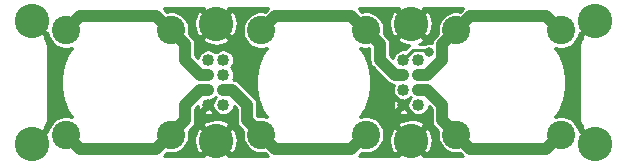
<source format=gbr>
G04 #@! TF.GenerationSoftware,KiCad,Pcbnew,(5.1.4)-1*
G04 #@! TF.CreationDate,2019-10-25T22:43:12-07:00*
G04 #@! TF.ProjectId,SkateLightLEDBoard1.0,536b6174-654c-4696-9768-744c4544426f,rev?*
G04 #@! TF.SameCoordinates,Original*
G04 #@! TF.FileFunction,Copper,L2,Bot*
G04 #@! TF.FilePolarity,Positive*
%FSLAX46Y46*%
G04 Gerber Fmt 4.6, Leading zero omitted, Abs format (unit mm)*
G04 Created by KiCad (PCBNEW (5.1.4)-1) date 2019-10-25 22:43:12*
%MOMM*%
%LPD*%
G04 APERTURE LIST*
%ADD10C,1.016000*%
%ADD11C,2.921000*%
%ADD12C,2.400000*%
%ADD13C,0.800000*%
%ADD14C,0.250000*%
%ADD15C,1.000000*%
%ADD16C,0.254000*%
G04 APERTURE END LIST*
D10*
X-8890000Y-1905000D03*
X-7620000Y-1905000D03*
X-8890000Y-635000D03*
X-7620000Y-635000D03*
X-8890000Y635000D03*
X-7620000Y635000D03*
X-8890000Y1905000D03*
X-7620000Y1905000D03*
D11*
X8255000Y-4953000D03*
X8255000Y4953000D03*
X-8255000Y-4953000D03*
X-8255000Y4953000D03*
D10*
X7620000Y-1905000D03*
X8890000Y-1905000D03*
X7620000Y-635000D03*
X8890000Y-635000D03*
X7620000Y635000D03*
X8890000Y635000D03*
X7620000Y1905000D03*
X8890000Y1905000D03*
D12*
X4423000Y-4423000D03*
X-4423000Y-4423000D03*
X-4423000Y4423000D03*
X4423000Y4423000D03*
D11*
X23812500Y5207000D03*
X23812500Y-5207000D03*
X-23812500Y5207000D03*
X-23812500Y-5207000D03*
D12*
X20933000Y-4423000D03*
X12087000Y-4423000D03*
X12087000Y4423000D03*
X20933000Y4423000D03*
X-12087000Y-4423000D03*
X-20933000Y-4423000D03*
X-20933000Y4423000D03*
X-12087000Y4423000D03*
D13*
X9786398Y2556260D03*
X-5321300Y-337820D03*
X10668000Y-5842000D03*
X10668000Y5842000D03*
X5842000Y5842000D03*
X5842000Y-5842000D03*
X-5842000Y5842000D03*
X-5842000Y-5842000D03*
X-10668000Y5842000D03*
X-10845800Y-5892800D03*
X5702300Y-1013460D03*
X6477000Y-3556000D03*
X-5481320Y2537460D03*
D14*
X9604657Y2738001D02*
X9786398Y2556260D01*
X7620000Y1905000D02*
X8453001Y2738001D01*
X8453001Y2738001D02*
X9604657Y2738001D01*
D15*
X6901580Y635000D02*
X7620000Y635000D01*
X5622999Y1913581D02*
X6901580Y635000D01*
X5622999Y3223001D02*
X5622999Y1913581D01*
X4423000Y4423000D02*
X5622999Y3223001D01*
X3223001Y5622999D02*
X4423000Y4423000D01*
X-3223001Y5622999D02*
X3223001Y5622999D01*
X-4423000Y4423000D02*
X-3223001Y5622999D01*
X13286999Y-5622999D02*
X12087000Y-4423000D01*
X19733001Y-5622999D02*
X13286999Y-5622999D01*
X20933000Y-4423000D02*
X19733001Y-5622999D01*
X9608420Y-635000D02*
X8890000Y-635000D01*
X10887001Y-1913581D02*
X9608420Y-635000D01*
X10887001Y-3223001D02*
X10887001Y-1913581D01*
X12087000Y-4423000D02*
X10887001Y-3223001D01*
X13286999Y5622999D02*
X12087000Y4423000D01*
X19733001Y5622999D02*
X13286999Y5622999D01*
X20933000Y4423000D02*
X19733001Y5622999D01*
X3223001Y-5622999D02*
X4423000Y-4423000D01*
X-3223001Y-5622999D02*
X3223001Y-5622999D01*
X-4423000Y-4423000D02*
X-3223001Y-5622999D01*
X-6901580Y-635000D02*
X-7620000Y-635000D01*
X-5622999Y-1913581D02*
X-6901580Y-635000D01*
X-5622999Y-3223001D02*
X-5622999Y-1913581D01*
X-4423000Y-4423000D02*
X-5622999Y-3223001D01*
X-13286999Y5622999D02*
X-12087000Y4423000D01*
X-19733001Y5622999D02*
X-13286999Y5622999D01*
X-20933000Y4423000D02*
X-19733001Y5622999D01*
X-9608420Y635000D02*
X-8890000Y635000D01*
X-10887001Y1913581D02*
X-9608420Y635000D01*
X-10887001Y3223001D02*
X-10887001Y1913581D01*
X-12087000Y4423000D02*
X-10887001Y3223001D01*
X-13286999Y-5622999D02*
X-12087000Y-4423000D01*
X-19733001Y-5622999D02*
X-13286999Y-5622999D01*
X-20933000Y-4423000D02*
X-19733001Y-5622999D01*
X-9608420Y-635000D02*
X-8890000Y-635000D01*
X-10887001Y-1913581D02*
X-9608420Y-635000D01*
X-10887001Y-3223001D02*
X-10887001Y-1913581D01*
X-12087000Y-4423000D02*
X-10887001Y-3223001D01*
X12087000Y4423000D02*
X10887001Y3223001D01*
X10887001Y3223001D02*
X10887001Y1913581D01*
X10887001Y1913581D02*
X9608420Y635000D01*
X9608420Y635000D02*
X8890000Y635000D01*
D16*
G36*
X3961839Y2902757D02*
G01*
X4267285Y2842000D01*
X4578715Y2842000D01*
X4728320Y2871758D01*
X4741999Y2858079D01*
X4742000Y1956861D01*
X4737737Y1913581D01*
X4754748Y1740876D01*
X4805124Y1574807D01*
X4886931Y1421756D01*
X4907615Y1396553D01*
X4997025Y1287606D01*
X5030639Y1260020D01*
X6248019Y42639D01*
X6275605Y9025D01*
X6309217Y-18559D01*
X6409754Y-101068D01*
X6506578Y-152821D01*
X6562805Y-182875D01*
X6728874Y-233252D01*
X6820428Y-242269D01*
X6765164Y-375688D01*
X6731000Y-547441D01*
X6731000Y-722559D01*
X6765164Y-894312D01*
X6832179Y-1056099D01*
X6929469Y-1201704D01*
X7053296Y-1325531D01*
X7198901Y-1422821D01*
X7360688Y-1489836D01*
X7390340Y-1495734D01*
X7620000Y-1725395D01*
X7849660Y-1495734D01*
X7879312Y-1489836D01*
X8041099Y-1422821D01*
X8186704Y-1325531D01*
X8255000Y-1257235D01*
X8267765Y-1270000D01*
X8199469Y-1338296D01*
X8102179Y-1483901D01*
X8035164Y-1645688D01*
X8029266Y-1675340D01*
X7799605Y-1905000D01*
X8029266Y-2134660D01*
X8035164Y-2164312D01*
X8102179Y-2326099D01*
X8199469Y-2471704D01*
X8323296Y-2595531D01*
X8468901Y-2692821D01*
X8630688Y-2759836D01*
X8802441Y-2794000D01*
X8977559Y-2794000D01*
X9149312Y-2759836D01*
X9311099Y-2692821D01*
X9456704Y-2595531D01*
X9580531Y-2471704D01*
X9677821Y-2326099D01*
X9744836Y-2164312D01*
X9769221Y-2041722D01*
X10006002Y-2278503D01*
X10006001Y-3179730D01*
X10001739Y-3223001D01*
X10006001Y-3266271D01*
X10006001Y-3266273D01*
X10018749Y-3395706D01*
X10066636Y-3553568D01*
X10069126Y-3561775D01*
X10150933Y-3714826D01*
X10182266Y-3753005D01*
X10261026Y-3848976D01*
X10294645Y-3876567D01*
X10535758Y-4117680D01*
X10506000Y-4267285D01*
X10506000Y-4578715D01*
X10566757Y-4884161D01*
X10685936Y-5171884D01*
X10858957Y-5430829D01*
X11079171Y-5651043D01*
X11338116Y-5824064D01*
X11625839Y-5943243D01*
X11931285Y-6004000D01*
X12242715Y-6004000D01*
X12392320Y-5974242D01*
X12633438Y-6215360D01*
X12661024Y-6248974D01*
X12675800Y-6261100D01*
X9383495Y-6261100D01*
X8255000Y-5132605D01*
X7126505Y-6261100D01*
X3834200Y-6261100D01*
X3848976Y-6248974D01*
X3876567Y-6215355D01*
X4117680Y-5974242D01*
X4267285Y-6004000D01*
X4578715Y-6004000D01*
X4884161Y-5943243D01*
X5171884Y-5824064D01*
X5430829Y-5651043D01*
X5651043Y-5430829D01*
X5824064Y-5171884D01*
X5892184Y-5007427D01*
X6405390Y-5007427D01*
X6451548Y-5367222D01*
X6567012Y-5711099D01*
X6686868Y-5935334D01*
X6927365Y-6101030D01*
X8075395Y-4953000D01*
X8434605Y-4953000D01*
X9582635Y-6101030D01*
X9823132Y-5935334D01*
X9984645Y-5610531D01*
X10079688Y-5260460D01*
X10104610Y-4898573D01*
X10058452Y-4538778D01*
X9942988Y-4194901D01*
X9823132Y-3970666D01*
X9582635Y-3804970D01*
X8434605Y-4953000D01*
X8075395Y-4953000D01*
X6927365Y-3804970D01*
X6686868Y-3970666D01*
X6525355Y-4295469D01*
X6430312Y-4645540D01*
X6405390Y-5007427D01*
X5892184Y-5007427D01*
X5943243Y-4884161D01*
X6004000Y-4578715D01*
X6004000Y-4267285D01*
X5943243Y-3961839D01*
X5824064Y-3674116D01*
X5791490Y-3625365D01*
X7106970Y-3625365D01*
X8255000Y-4773395D01*
X9403030Y-3625365D01*
X9237334Y-3384868D01*
X8912531Y-3223355D01*
X8562460Y-3128312D01*
X8200573Y-3103390D01*
X7840778Y-3149548D01*
X7496901Y-3265012D01*
X7272666Y-3384868D01*
X7106970Y-3625365D01*
X5791490Y-3625365D01*
X5651043Y-3415171D01*
X5430829Y-3194957D01*
X5171884Y-3021936D01*
X4884161Y-2902757D01*
X4578715Y-2842000D01*
X4267285Y-2842000D01*
X3961839Y-2902757D01*
X3918878Y-2920552D01*
X4165190Y-2551919D01*
X7152687Y-2551919D01*
X7203009Y-2695004D01*
X7365143Y-2761175D01*
X7537071Y-2794443D01*
X7712186Y-2793531D01*
X7883759Y-2758474D01*
X8036991Y-2695004D01*
X8087313Y-2551919D01*
X7620000Y-2084605D01*
X7152687Y-2551919D01*
X4165190Y-2551919D01*
X4325486Y-2312020D01*
X4528429Y-1822071D01*
X6730557Y-1822071D01*
X6731469Y-1997186D01*
X6766526Y-2168759D01*
X6829996Y-2321991D01*
X6973081Y-2372313D01*
X7440395Y-1905000D01*
X6973081Y-1437687D01*
X6829996Y-1488009D01*
X6763825Y-1650143D01*
X6730557Y-1822071D01*
X4528429Y-1822071D01*
X4693426Y-1423735D01*
X4881000Y-480737D01*
X4881000Y480737D01*
X4693426Y1423735D01*
X4325486Y2312020D01*
X3918878Y2920552D01*
X3961839Y2902757D01*
X3961839Y2902757D01*
G37*
X3961839Y2902757D02*
X4267285Y2842000D01*
X4578715Y2842000D01*
X4728320Y2871758D01*
X4741999Y2858079D01*
X4742000Y1956861D01*
X4737737Y1913581D01*
X4754748Y1740876D01*
X4805124Y1574807D01*
X4886931Y1421756D01*
X4907615Y1396553D01*
X4997025Y1287606D01*
X5030639Y1260020D01*
X6248019Y42639D01*
X6275605Y9025D01*
X6309217Y-18559D01*
X6409754Y-101068D01*
X6506578Y-152821D01*
X6562805Y-182875D01*
X6728874Y-233252D01*
X6820428Y-242269D01*
X6765164Y-375688D01*
X6731000Y-547441D01*
X6731000Y-722559D01*
X6765164Y-894312D01*
X6832179Y-1056099D01*
X6929469Y-1201704D01*
X7053296Y-1325531D01*
X7198901Y-1422821D01*
X7360688Y-1489836D01*
X7390340Y-1495734D01*
X7620000Y-1725395D01*
X7849660Y-1495734D01*
X7879312Y-1489836D01*
X8041099Y-1422821D01*
X8186704Y-1325531D01*
X8255000Y-1257235D01*
X8267765Y-1270000D01*
X8199469Y-1338296D01*
X8102179Y-1483901D01*
X8035164Y-1645688D01*
X8029266Y-1675340D01*
X7799605Y-1905000D01*
X8029266Y-2134660D01*
X8035164Y-2164312D01*
X8102179Y-2326099D01*
X8199469Y-2471704D01*
X8323296Y-2595531D01*
X8468901Y-2692821D01*
X8630688Y-2759836D01*
X8802441Y-2794000D01*
X8977559Y-2794000D01*
X9149312Y-2759836D01*
X9311099Y-2692821D01*
X9456704Y-2595531D01*
X9580531Y-2471704D01*
X9677821Y-2326099D01*
X9744836Y-2164312D01*
X9769221Y-2041722D01*
X10006002Y-2278503D01*
X10006001Y-3179730D01*
X10001739Y-3223001D01*
X10006001Y-3266271D01*
X10006001Y-3266273D01*
X10018749Y-3395706D01*
X10066636Y-3553568D01*
X10069126Y-3561775D01*
X10150933Y-3714826D01*
X10182266Y-3753005D01*
X10261026Y-3848976D01*
X10294645Y-3876567D01*
X10535758Y-4117680D01*
X10506000Y-4267285D01*
X10506000Y-4578715D01*
X10566757Y-4884161D01*
X10685936Y-5171884D01*
X10858957Y-5430829D01*
X11079171Y-5651043D01*
X11338116Y-5824064D01*
X11625839Y-5943243D01*
X11931285Y-6004000D01*
X12242715Y-6004000D01*
X12392320Y-5974242D01*
X12633438Y-6215360D01*
X12661024Y-6248974D01*
X12675800Y-6261100D01*
X9383495Y-6261100D01*
X8255000Y-5132605D01*
X7126505Y-6261100D01*
X3834200Y-6261100D01*
X3848976Y-6248974D01*
X3876567Y-6215355D01*
X4117680Y-5974242D01*
X4267285Y-6004000D01*
X4578715Y-6004000D01*
X4884161Y-5943243D01*
X5171884Y-5824064D01*
X5430829Y-5651043D01*
X5651043Y-5430829D01*
X5824064Y-5171884D01*
X5892184Y-5007427D01*
X6405390Y-5007427D01*
X6451548Y-5367222D01*
X6567012Y-5711099D01*
X6686868Y-5935334D01*
X6927365Y-6101030D01*
X8075395Y-4953000D01*
X8434605Y-4953000D01*
X9582635Y-6101030D01*
X9823132Y-5935334D01*
X9984645Y-5610531D01*
X10079688Y-5260460D01*
X10104610Y-4898573D01*
X10058452Y-4538778D01*
X9942988Y-4194901D01*
X9823132Y-3970666D01*
X9582635Y-3804970D01*
X8434605Y-4953000D01*
X8075395Y-4953000D01*
X6927365Y-3804970D01*
X6686868Y-3970666D01*
X6525355Y-4295469D01*
X6430312Y-4645540D01*
X6405390Y-5007427D01*
X5892184Y-5007427D01*
X5943243Y-4884161D01*
X6004000Y-4578715D01*
X6004000Y-4267285D01*
X5943243Y-3961839D01*
X5824064Y-3674116D01*
X5791490Y-3625365D01*
X7106970Y-3625365D01*
X8255000Y-4773395D01*
X9403030Y-3625365D01*
X9237334Y-3384868D01*
X8912531Y-3223355D01*
X8562460Y-3128312D01*
X8200573Y-3103390D01*
X7840778Y-3149548D01*
X7496901Y-3265012D01*
X7272666Y-3384868D01*
X7106970Y-3625365D01*
X5791490Y-3625365D01*
X5651043Y-3415171D01*
X5430829Y-3194957D01*
X5171884Y-3021936D01*
X4884161Y-2902757D01*
X4578715Y-2842000D01*
X4267285Y-2842000D01*
X3961839Y-2902757D01*
X3918878Y-2920552D01*
X4165190Y-2551919D01*
X7152687Y-2551919D01*
X7203009Y-2695004D01*
X7365143Y-2761175D01*
X7537071Y-2794443D01*
X7712186Y-2793531D01*
X7883759Y-2758474D01*
X8036991Y-2695004D01*
X8087313Y-2551919D01*
X7620000Y-2084605D01*
X7152687Y-2551919D01*
X4165190Y-2551919D01*
X4325486Y-2312020D01*
X4528429Y-1822071D01*
X6730557Y-1822071D01*
X6731469Y-1997186D01*
X6766526Y-2168759D01*
X6829996Y-2321991D01*
X6973081Y-2372313D01*
X7440395Y-1905000D01*
X6973081Y-1437687D01*
X6829996Y-1488009D01*
X6763825Y-1650143D01*
X6730557Y-1822071D01*
X4528429Y-1822071D01*
X4693426Y-1423735D01*
X4881000Y-480737D01*
X4881000Y480737D01*
X4693426Y1423735D01*
X4325486Y2312020D01*
X3918878Y2920552D01*
X3961839Y2902757D01*
G36*
X-8242235Y-1270000D02*
G01*
X-8310531Y-1338296D01*
X-8407821Y-1483901D01*
X-8474836Y-1645688D01*
X-8480734Y-1675340D01*
X-8710395Y-1905000D01*
X-8480734Y-2134660D01*
X-8474836Y-2164312D01*
X-8407821Y-2326099D01*
X-8310531Y-2471704D01*
X-8186704Y-2595531D01*
X-8041099Y-2692821D01*
X-7879312Y-2759836D01*
X-7707559Y-2794000D01*
X-7532441Y-2794000D01*
X-7360688Y-2759836D01*
X-7198901Y-2692821D01*
X-7053296Y-2595531D01*
X-6929469Y-2471704D01*
X-6832179Y-2326099D01*
X-6765164Y-2164312D01*
X-6740779Y-2041722D01*
X-6503998Y-2278503D01*
X-6503999Y-3179730D01*
X-6508261Y-3223001D01*
X-6503999Y-3266271D01*
X-6503999Y-3266273D01*
X-6491251Y-3395706D01*
X-6443364Y-3553568D01*
X-6440874Y-3561775D01*
X-6359067Y-3714826D01*
X-6327734Y-3753005D01*
X-6248974Y-3848976D01*
X-6215355Y-3876567D01*
X-5974242Y-4117680D01*
X-6004000Y-4267285D01*
X-6004000Y-4578715D01*
X-5943243Y-4884161D01*
X-5824064Y-5171884D01*
X-5651043Y-5430829D01*
X-5430829Y-5651043D01*
X-5171884Y-5824064D01*
X-4884161Y-5943243D01*
X-4578715Y-6004000D01*
X-4267285Y-6004000D01*
X-4117680Y-5974242D01*
X-3876562Y-6215360D01*
X-3848976Y-6248974D01*
X-3834200Y-6261100D01*
X-7126505Y-6261100D01*
X-8255000Y-5132605D01*
X-9383495Y-6261100D01*
X-12675800Y-6261100D01*
X-12661024Y-6248974D01*
X-12633433Y-6215355D01*
X-12392320Y-5974242D01*
X-12242715Y-6004000D01*
X-11931285Y-6004000D01*
X-11625839Y-5943243D01*
X-11338116Y-5824064D01*
X-11079171Y-5651043D01*
X-10858957Y-5430829D01*
X-10685936Y-5171884D01*
X-10617816Y-5007427D01*
X-10104610Y-5007427D01*
X-10058452Y-5367222D01*
X-9942988Y-5711099D01*
X-9823132Y-5935334D01*
X-9582635Y-6101030D01*
X-8434605Y-4953000D01*
X-8075395Y-4953000D01*
X-6927365Y-6101030D01*
X-6686868Y-5935334D01*
X-6525355Y-5610531D01*
X-6430312Y-5260460D01*
X-6405390Y-4898573D01*
X-6451548Y-4538778D01*
X-6567012Y-4194901D01*
X-6686868Y-3970666D01*
X-6927365Y-3804970D01*
X-8075395Y-4953000D01*
X-8434605Y-4953000D01*
X-9582635Y-3804970D01*
X-9823132Y-3970666D01*
X-9984645Y-4295469D01*
X-10079688Y-4645540D01*
X-10104610Y-5007427D01*
X-10617816Y-5007427D01*
X-10566757Y-4884161D01*
X-10506000Y-4578715D01*
X-10506000Y-4267285D01*
X-10535758Y-4117680D01*
X-10294639Y-3876561D01*
X-10261026Y-3848976D01*
X-10201549Y-3776502D01*
X-10150933Y-3714827D01*
X-10103115Y-3625365D01*
X-9403030Y-3625365D01*
X-8255000Y-4773395D01*
X-7106970Y-3625365D01*
X-7272666Y-3384868D01*
X-7597469Y-3223355D01*
X-7947540Y-3128312D01*
X-8309427Y-3103390D01*
X-8669222Y-3149548D01*
X-9013099Y-3265012D01*
X-9237334Y-3384868D01*
X-9403030Y-3625365D01*
X-10103115Y-3625365D01*
X-10069126Y-3561776D01*
X-10064850Y-3547679D01*
X-10018749Y-3395707D01*
X-10006001Y-3266274D01*
X-10006001Y-3266271D01*
X-10001739Y-3223001D01*
X-10006001Y-3179731D01*
X-10006001Y-2551919D01*
X-9357313Y-2551919D01*
X-9306991Y-2695004D01*
X-9144857Y-2761175D01*
X-8972929Y-2794443D01*
X-8797814Y-2793531D01*
X-8626241Y-2758474D01*
X-8473009Y-2695004D01*
X-8422687Y-2551919D01*
X-8890000Y-2084605D01*
X-9357313Y-2551919D01*
X-10006001Y-2551919D01*
X-10006001Y-2278502D01*
X-9769395Y-2041897D01*
X-9743474Y-2168759D01*
X-9680004Y-2321991D01*
X-9536919Y-2372313D01*
X-9069605Y-1905000D01*
X-9083748Y-1890858D01*
X-8904143Y-1711253D01*
X-8890000Y-1725395D01*
X-8660340Y-1495734D01*
X-8630688Y-1489836D01*
X-8468901Y-1422821D01*
X-8323296Y-1325531D01*
X-8255000Y-1257235D01*
X-8242235Y-1270000D01*
X-8242235Y-1270000D01*
G37*
X-8242235Y-1270000D02*
X-8310531Y-1338296D01*
X-8407821Y-1483901D01*
X-8474836Y-1645688D01*
X-8480734Y-1675340D01*
X-8710395Y-1905000D01*
X-8480734Y-2134660D01*
X-8474836Y-2164312D01*
X-8407821Y-2326099D01*
X-8310531Y-2471704D01*
X-8186704Y-2595531D01*
X-8041099Y-2692821D01*
X-7879312Y-2759836D01*
X-7707559Y-2794000D01*
X-7532441Y-2794000D01*
X-7360688Y-2759836D01*
X-7198901Y-2692821D01*
X-7053296Y-2595531D01*
X-6929469Y-2471704D01*
X-6832179Y-2326099D01*
X-6765164Y-2164312D01*
X-6740779Y-2041722D01*
X-6503998Y-2278503D01*
X-6503999Y-3179730D01*
X-6508261Y-3223001D01*
X-6503999Y-3266271D01*
X-6503999Y-3266273D01*
X-6491251Y-3395706D01*
X-6443364Y-3553568D01*
X-6440874Y-3561775D01*
X-6359067Y-3714826D01*
X-6327734Y-3753005D01*
X-6248974Y-3848976D01*
X-6215355Y-3876567D01*
X-5974242Y-4117680D01*
X-6004000Y-4267285D01*
X-6004000Y-4578715D01*
X-5943243Y-4884161D01*
X-5824064Y-5171884D01*
X-5651043Y-5430829D01*
X-5430829Y-5651043D01*
X-5171884Y-5824064D01*
X-4884161Y-5943243D01*
X-4578715Y-6004000D01*
X-4267285Y-6004000D01*
X-4117680Y-5974242D01*
X-3876562Y-6215360D01*
X-3848976Y-6248974D01*
X-3834200Y-6261100D01*
X-7126505Y-6261100D01*
X-8255000Y-5132605D01*
X-9383495Y-6261100D01*
X-12675800Y-6261100D01*
X-12661024Y-6248974D01*
X-12633433Y-6215355D01*
X-12392320Y-5974242D01*
X-12242715Y-6004000D01*
X-11931285Y-6004000D01*
X-11625839Y-5943243D01*
X-11338116Y-5824064D01*
X-11079171Y-5651043D01*
X-10858957Y-5430829D01*
X-10685936Y-5171884D01*
X-10617816Y-5007427D01*
X-10104610Y-5007427D01*
X-10058452Y-5367222D01*
X-9942988Y-5711099D01*
X-9823132Y-5935334D01*
X-9582635Y-6101030D01*
X-8434605Y-4953000D01*
X-8075395Y-4953000D01*
X-6927365Y-6101030D01*
X-6686868Y-5935334D01*
X-6525355Y-5610531D01*
X-6430312Y-5260460D01*
X-6405390Y-4898573D01*
X-6451548Y-4538778D01*
X-6567012Y-4194901D01*
X-6686868Y-3970666D01*
X-6927365Y-3804970D01*
X-8075395Y-4953000D01*
X-8434605Y-4953000D01*
X-9582635Y-3804970D01*
X-9823132Y-3970666D01*
X-9984645Y-4295469D01*
X-10079688Y-4645540D01*
X-10104610Y-5007427D01*
X-10617816Y-5007427D01*
X-10566757Y-4884161D01*
X-10506000Y-4578715D01*
X-10506000Y-4267285D01*
X-10535758Y-4117680D01*
X-10294639Y-3876561D01*
X-10261026Y-3848976D01*
X-10201549Y-3776502D01*
X-10150933Y-3714827D01*
X-10103115Y-3625365D01*
X-9403030Y-3625365D01*
X-8255000Y-4773395D01*
X-7106970Y-3625365D01*
X-7272666Y-3384868D01*
X-7597469Y-3223355D01*
X-7947540Y-3128312D01*
X-8309427Y-3103390D01*
X-8669222Y-3149548D01*
X-9013099Y-3265012D01*
X-9237334Y-3384868D01*
X-9403030Y-3625365D01*
X-10103115Y-3625365D01*
X-10069126Y-3561776D01*
X-10064850Y-3547679D01*
X-10018749Y-3395707D01*
X-10006001Y-3266274D01*
X-10006001Y-3266271D01*
X-10001739Y-3223001D01*
X-10006001Y-3179731D01*
X-10006001Y-2551919D01*
X-9357313Y-2551919D01*
X-9306991Y-2695004D01*
X-9144857Y-2761175D01*
X-8972929Y-2794443D01*
X-8797814Y-2793531D01*
X-8626241Y-2758474D01*
X-8473009Y-2695004D01*
X-8422687Y-2551919D01*
X-8890000Y-2084605D01*
X-9357313Y-2551919D01*
X-10006001Y-2551919D01*
X-10006001Y-2278502D01*
X-9769395Y-2041897D01*
X-9743474Y-2168759D01*
X-9680004Y-2321991D01*
X-9536919Y-2372313D01*
X-9069605Y-1905000D01*
X-9083748Y-1890858D01*
X-8904143Y-1711253D01*
X-8890000Y-1725395D01*
X-8660340Y-1495734D01*
X-8630688Y-1489836D01*
X-8468901Y-1422821D01*
X-8323296Y-1325531D01*
X-8255000Y-1257235D01*
X-8242235Y-1270000D01*
G36*
X24006248Y5221143D02*
G01*
X23992105Y5207000D01*
X24006248Y5192858D01*
X23826643Y5013253D01*
X23812500Y5027395D01*
X22664470Y3879365D01*
X22758930Y3742262D01*
X22699075Y3668822D01*
X22678704Y3638140D01*
X22657900Y3607734D01*
X22655203Y3602742D01*
X22585429Y3471410D01*
X22571405Y3437353D01*
X22556905Y3403490D01*
X22555229Y3398069D01*
X22512293Y3255685D01*
X22505145Y3219520D01*
X22497505Y3183520D01*
X22496913Y3177876D01*
X22485505Y3061130D01*
X22480524Y3010555D01*
X22480525Y19960D01*
X22480524Y-3010555D01*
X22481335Y-3018786D01*
X22483280Y-3067627D01*
X22486734Y-3092579D01*
X22488394Y-3117697D01*
X22489357Y-3123289D01*
X22515644Y-3269664D01*
X22525662Y-3305110D01*
X22535183Y-3340691D01*
X22537215Y-3345989D01*
X22591432Y-3484470D01*
X22608142Y-3517293D01*
X22624394Y-3550349D01*
X22627416Y-3555152D01*
X22707498Y-3680465D01*
X22730276Y-3709430D01*
X22752629Y-3738687D01*
X22756526Y-3742812D01*
X22757704Y-3744042D01*
X22664470Y-3879365D01*
X23812500Y-5027395D01*
X23826643Y-5013253D01*
X24006248Y-5192858D01*
X23992105Y-5207000D01*
X24006248Y-5221143D01*
X23826643Y-5400748D01*
X23812500Y-5386605D01*
X23798358Y-5400748D01*
X23618753Y-5221143D01*
X23632895Y-5207000D01*
X22484865Y-4058970D01*
X22474046Y-4066424D01*
X22453243Y-3961839D01*
X22334064Y-3674116D01*
X22161043Y-3415171D01*
X21940829Y-3194957D01*
X21681884Y-3021936D01*
X21394161Y-2902757D01*
X21088715Y-2842000D01*
X20777285Y-2842000D01*
X20471839Y-2902757D01*
X20428878Y-2920552D01*
X20835486Y-2312020D01*
X21203426Y-1423735D01*
X21391000Y-480737D01*
X21391000Y480737D01*
X21203426Y1423735D01*
X20835486Y2312020D01*
X20428878Y2920552D01*
X20471839Y2902757D01*
X20777285Y2842000D01*
X21088715Y2842000D01*
X21394161Y2902757D01*
X21681884Y3021936D01*
X21940829Y3194957D01*
X22161043Y3415171D01*
X22334064Y3674116D01*
X22453243Y3961839D01*
X22474046Y4066424D01*
X22484865Y4058970D01*
X23632895Y5207000D01*
X23618753Y5221143D01*
X23798358Y5400748D01*
X23812500Y5386605D01*
X23826643Y5400748D01*
X24006248Y5221143D01*
X24006248Y5221143D01*
G37*
X24006248Y5221143D02*
X23992105Y5207000D01*
X24006248Y5192858D01*
X23826643Y5013253D01*
X23812500Y5027395D01*
X22664470Y3879365D01*
X22758930Y3742262D01*
X22699075Y3668822D01*
X22678704Y3638140D01*
X22657900Y3607734D01*
X22655203Y3602742D01*
X22585429Y3471410D01*
X22571405Y3437353D01*
X22556905Y3403490D01*
X22555229Y3398069D01*
X22512293Y3255685D01*
X22505145Y3219520D01*
X22497505Y3183520D01*
X22496913Y3177876D01*
X22485505Y3061130D01*
X22480524Y3010555D01*
X22480525Y19960D01*
X22480524Y-3010555D01*
X22481335Y-3018786D01*
X22483280Y-3067627D01*
X22486734Y-3092579D01*
X22488394Y-3117697D01*
X22489357Y-3123289D01*
X22515644Y-3269664D01*
X22525662Y-3305110D01*
X22535183Y-3340691D01*
X22537215Y-3345989D01*
X22591432Y-3484470D01*
X22608142Y-3517293D01*
X22624394Y-3550349D01*
X22627416Y-3555152D01*
X22707498Y-3680465D01*
X22730276Y-3709430D01*
X22752629Y-3738687D01*
X22756526Y-3742812D01*
X22757704Y-3744042D01*
X22664470Y-3879365D01*
X23812500Y-5027395D01*
X23826643Y-5013253D01*
X24006248Y-5192858D01*
X23992105Y-5207000D01*
X24006248Y-5221143D01*
X23826643Y-5400748D01*
X23812500Y-5386605D01*
X23798358Y-5400748D01*
X23618753Y-5221143D01*
X23632895Y-5207000D01*
X22484865Y-4058970D01*
X22474046Y-4066424D01*
X22453243Y-3961839D01*
X22334064Y-3674116D01*
X22161043Y-3415171D01*
X21940829Y-3194957D01*
X21681884Y-3021936D01*
X21394161Y-2902757D01*
X21088715Y-2842000D01*
X20777285Y-2842000D01*
X20471839Y-2902757D01*
X20428878Y-2920552D01*
X20835486Y-2312020D01*
X21203426Y-1423735D01*
X21391000Y-480737D01*
X21391000Y480737D01*
X21203426Y1423735D01*
X20835486Y2312020D01*
X20428878Y2920552D01*
X20471839Y2902757D01*
X20777285Y2842000D01*
X21088715Y2842000D01*
X21394161Y2902757D01*
X21681884Y3021936D01*
X21940829Y3194957D01*
X22161043Y3415171D01*
X22334064Y3674116D01*
X22453243Y3961839D01*
X22474046Y4066424D01*
X22484865Y4058970D01*
X23632895Y5207000D01*
X23618753Y5221143D01*
X23798358Y5400748D01*
X23812500Y5386605D01*
X23826643Y5400748D01*
X24006248Y5221143D01*
G36*
X-23618753Y5221143D02*
G01*
X-23632895Y5207000D01*
X-22484865Y4058970D01*
X-22474046Y4066424D01*
X-22453243Y3961839D01*
X-22334064Y3674116D01*
X-22161043Y3415171D01*
X-21940829Y3194957D01*
X-21681884Y3021936D01*
X-21394161Y2902757D01*
X-21088715Y2842000D01*
X-20777285Y2842000D01*
X-20471839Y2902757D01*
X-20428878Y2920552D01*
X-20835486Y2312020D01*
X-21203426Y1423735D01*
X-21391000Y480737D01*
X-21391000Y-480737D01*
X-21203426Y-1423735D01*
X-20835486Y-2312020D01*
X-20428878Y-2920552D01*
X-20471839Y-2902757D01*
X-20777285Y-2842000D01*
X-21088715Y-2842000D01*
X-21394161Y-2902757D01*
X-21681884Y-3021936D01*
X-21940829Y-3194957D01*
X-22161043Y-3415171D01*
X-22334064Y-3674116D01*
X-22453243Y-3961839D01*
X-22474046Y-4066424D01*
X-22484865Y-4058970D01*
X-23632895Y-5207000D01*
X-23618753Y-5221143D01*
X-23798358Y-5400748D01*
X-23812500Y-5386605D01*
X-23826643Y-5400748D01*
X-24006248Y-5221143D01*
X-23992105Y-5207000D01*
X-24006248Y-5192858D01*
X-23826643Y-5013253D01*
X-23812500Y-5027395D01*
X-22664470Y-3879365D01*
X-22758931Y-3742262D01*
X-22699075Y-3668822D01*
X-22678677Y-3638098D01*
X-22657901Y-3607734D01*
X-22655203Y-3602742D01*
X-22585429Y-3471410D01*
X-22571396Y-3437330D01*
X-22556905Y-3403489D01*
X-22555229Y-3398069D01*
X-22512293Y-3255684D01*
X-22505146Y-3219527D01*
X-22497505Y-3183520D01*
X-22496913Y-3177876D01*
X-22485473Y-3060802D01*
X-22480524Y-3010556D01*
X-22480524Y3010556D01*
X-22481335Y3018787D01*
X-22483280Y3067627D01*
X-22486733Y3092570D01*
X-22488393Y3117697D01*
X-22489357Y3123289D01*
X-22515644Y3269664D01*
X-22525662Y3305110D01*
X-22535183Y3340691D01*
X-22537215Y3345989D01*
X-22591432Y3484470D01*
X-22608151Y3517311D01*
X-22624395Y3550349D01*
X-22627416Y3555152D01*
X-22707498Y3680465D01*
X-22730281Y3709436D01*
X-22752630Y3738688D01*
X-22756527Y3742812D01*
X-22757705Y3744041D01*
X-22664470Y3879365D01*
X-23812500Y5027395D01*
X-23826643Y5013253D01*
X-24006248Y5192858D01*
X-23992105Y5207000D01*
X-24006248Y5221143D01*
X-23826643Y5400748D01*
X-23812500Y5386605D01*
X-23798358Y5400748D01*
X-23618753Y5221143D01*
X-23618753Y5221143D01*
G37*
X-23618753Y5221143D02*
X-23632895Y5207000D01*
X-22484865Y4058970D01*
X-22474046Y4066424D01*
X-22453243Y3961839D01*
X-22334064Y3674116D01*
X-22161043Y3415171D01*
X-21940829Y3194957D01*
X-21681884Y3021936D01*
X-21394161Y2902757D01*
X-21088715Y2842000D01*
X-20777285Y2842000D01*
X-20471839Y2902757D01*
X-20428878Y2920552D01*
X-20835486Y2312020D01*
X-21203426Y1423735D01*
X-21391000Y480737D01*
X-21391000Y-480737D01*
X-21203426Y-1423735D01*
X-20835486Y-2312020D01*
X-20428878Y-2920552D01*
X-20471839Y-2902757D01*
X-20777285Y-2842000D01*
X-21088715Y-2842000D01*
X-21394161Y-2902757D01*
X-21681884Y-3021936D01*
X-21940829Y-3194957D01*
X-22161043Y-3415171D01*
X-22334064Y-3674116D01*
X-22453243Y-3961839D01*
X-22474046Y-4066424D01*
X-22484865Y-4058970D01*
X-23632895Y-5207000D01*
X-23618753Y-5221143D01*
X-23798358Y-5400748D01*
X-23812500Y-5386605D01*
X-23826643Y-5400748D01*
X-24006248Y-5221143D01*
X-23992105Y-5207000D01*
X-24006248Y-5192858D01*
X-23826643Y-5013253D01*
X-23812500Y-5027395D01*
X-22664470Y-3879365D01*
X-22758931Y-3742262D01*
X-22699075Y-3668822D01*
X-22678677Y-3638098D01*
X-22657901Y-3607734D01*
X-22655203Y-3602742D01*
X-22585429Y-3471410D01*
X-22571396Y-3437330D01*
X-22556905Y-3403489D01*
X-22555229Y-3398069D01*
X-22512293Y-3255684D01*
X-22505146Y-3219527D01*
X-22497505Y-3183520D01*
X-22496913Y-3177876D01*
X-22485473Y-3060802D01*
X-22480524Y-3010556D01*
X-22480524Y3010556D01*
X-22481335Y3018787D01*
X-22483280Y3067627D01*
X-22486733Y3092570D01*
X-22488393Y3117697D01*
X-22489357Y3123289D01*
X-22515644Y3269664D01*
X-22525662Y3305110D01*
X-22535183Y3340691D01*
X-22537215Y3345989D01*
X-22591432Y3484470D01*
X-22608151Y3517311D01*
X-22624395Y3550349D01*
X-22627416Y3555152D01*
X-22707498Y3680465D01*
X-22730281Y3709436D01*
X-22752630Y3738688D01*
X-22756527Y3742812D01*
X-22757705Y3744041D01*
X-22664470Y3879365D01*
X-23812500Y5027395D01*
X-23826643Y5013253D01*
X-24006248Y5192858D01*
X-23992105Y5207000D01*
X-24006248Y5221143D01*
X-23826643Y5400748D01*
X-23812500Y5386605D01*
X-23798358Y5400748D01*
X-23618753Y5221143D01*
G36*
X-8255000Y5132605D02*
G01*
X-7126505Y6261100D01*
X-3834200Y6261100D01*
X-3848976Y6248974D01*
X-3876562Y6215360D01*
X-4117680Y5974242D01*
X-4267285Y6004000D01*
X-4578715Y6004000D01*
X-4884161Y5943243D01*
X-5171884Y5824064D01*
X-5430829Y5651043D01*
X-5651043Y5430829D01*
X-5824064Y5171884D01*
X-5943243Y4884161D01*
X-6004000Y4578715D01*
X-6004000Y4267285D01*
X-5943243Y3961839D01*
X-5824064Y3674116D01*
X-5651043Y3415171D01*
X-5430829Y3194957D01*
X-5171884Y3021936D01*
X-4884161Y2902757D01*
X-4578715Y2842000D01*
X-4267285Y2842000D01*
X-3961839Y2902757D01*
X-3918878Y2920552D01*
X-4325486Y2312020D01*
X-4693426Y1423735D01*
X-4881000Y480737D01*
X-4881000Y-480737D01*
X-4693426Y-1423735D01*
X-4325486Y-2312020D01*
X-3918878Y-2920552D01*
X-3961839Y-2902757D01*
X-4267285Y-2842000D01*
X-4578715Y-2842000D01*
X-4728320Y-2871758D01*
X-4741999Y-2858080D01*
X-4741999Y-1956851D01*
X-4737737Y-1913581D01*
X-4747662Y-1812814D01*
X-4754747Y-1740875D01*
X-4805124Y-1574806D01*
X-4851518Y-1488009D01*
X-4886931Y-1421755D01*
X-4969440Y-1321218D01*
X-4997024Y-1287606D01*
X-5030638Y-1260020D01*
X-6248014Y-42644D01*
X-6275605Y-9025D01*
X-6409755Y101068D01*
X-6562805Y182875D01*
X-6728874Y233252D01*
X-6820428Y242269D01*
X-6765164Y375688D01*
X-6731000Y547441D01*
X-6731000Y722559D01*
X-6765164Y894312D01*
X-6832179Y1056099D01*
X-6929469Y1201704D01*
X-6997765Y1270000D01*
X-6929469Y1338296D01*
X-6832179Y1483901D01*
X-6765164Y1645688D01*
X-6731000Y1817441D01*
X-6731000Y1992559D01*
X-6765164Y2164312D01*
X-6832179Y2326099D01*
X-6929469Y2471704D01*
X-7053296Y2595531D01*
X-7198901Y2692821D01*
X-7360688Y2759836D01*
X-7532441Y2794000D01*
X-7707559Y2794000D01*
X-7879312Y2759836D01*
X-8041099Y2692821D01*
X-8186704Y2595531D01*
X-8255000Y2527235D01*
X-8323296Y2595531D01*
X-8468901Y2692821D01*
X-8630688Y2759836D01*
X-8802441Y2794000D01*
X-8977559Y2794000D01*
X-9149312Y2759836D01*
X-9311099Y2692821D01*
X-9456704Y2595531D01*
X-9580531Y2471704D01*
X-9677821Y2326099D01*
X-9744836Y2164312D01*
X-9769221Y2041722D01*
X-10006001Y2278502D01*
X-10006001Y3179731D01*
X-10001739Y3223001D01*
X-10006406Y3270384D01*
X-10018749Y3395707D01*
X-10069126Y3561776D01*
X-10071992Y3567138D01*
X-10103114Y3625365D01*
X-9403030Y3625365D01*
X-9237334Y3384868D01*
X-8912531Y3223355D01*
X-8562460Y3128312D01*
X-8200573Y3103390D01*
X-7840778Y3149548D01*
X-7496901Y3265012D01*
X-7272666Y3384868D01*
X-7106970Y3625365D01*
X-8255000Y4773395D01*
X-9403030Y3625365D01*
X-10103114Y3625365D01*
X-10150933Y3714827D01*
X-10213709Y3791320D01*
X-10261026Y3848976D01*
X-10294639Y3876561D01*
X-10535758Y4117680D01*
X-10506000Y4267285D01*
X-10506000Y4578715D01*
X-10566757Y4884161D01*
X-10572726Y4898573D01*
X-10104610Y4898573D01*
X-10058452Y4538778D01*
X-9942988Y4194901D01*
X-9823132Y3970666D01*
X-9582635Y3804970D01*
X-8434605Y4953000D01*
X-8075395Y4953000D01*
X-6927365Y3804970D01*
X-6686868Y3970666D01*
X-6525355Y4295469D01*
X-6430312Y4645540D01*
X-6405390Y5007427D01*
X-6451548Y5367222D01*
X-6567012Y5711099D01*
X-6686868Y5935334D01*
X-6927365Y6101030D01*
X-8075395Y4953000D01*
X-8434605Y4953000D01*
X-9582635Y6101030D01*
X-9823132Y5935334D01*
X-9984645Y5610531D01*
X-10079688Y5260460D01*
X-10104610Y4898573D01*
X-10572726Y4898573D01*
X-10685936Y5171884D01*
X-10858957Y5430829D01*
X-11079171Y5651043D01*
X-11338116Y5824064D01*
X-11625839Y5943243D01*
X-11931285Y6004000D01*
X-12242715Y6004000D01*
X-12392320Y5974242D01*
X-12633433Y6215355D01*
X-12661024Y6248974D01*
X-12675800Y6261100D01*
X-9383495Y6261100D01*
X-8255000Y5132605D01*
X-8255000Y5132605D01*
G37*
X-8255000Y5132605D02*
X-7126505Y6261100D01*
X-3834200Y6261100D01*
X-3848976Y6248974D01*
X-3876562Y6215360D01*
X-4117680Y5974242D01*
X-4267285Y6004000D01*
X-4578715Y6004000D01*
X-4884161Y5943243D01*
X-5171884Y5824064D01*
X-5430829Y5651043D01*
X-5651043Y5430829D01*
X-5824064Y5171884D01*
X-5943243Y4884161D01*
X-6004000Y4578715D01*
X-6004000Y4267285D01*
X-5943243Y3961839D01*
X-5824064Y3674116D01*
X-5651043Y3415171D01*
X-5430829Y3194957D01*
X-5171884Y3021936D01*
X-4884161Y2902757D01*
X-4578715Y2842000D01*
X-4267285Y2842000D01*
X-3961839Y2902757D01*
X-3918878Y2920552D01*
X-4325486Y2312020D01*
X-4693426Y1423735D01*
X-4881000Y480737D01*
X-4881000Y-480737D01*
X-4693426Y-1423735D01*
X-4325486Y-2312020D01*
X-3918878Y-2920552D01*
X-3961839Y-2902757D01*
X-4267285Y-2842000D01*
X-4578715Y-2842000D01*
X-4728320Y-2871758D01*
X-4741999Y-2858080D01*
X-4741999Y-1956851D01*
X-4737737Y-1913581D01*
X-4747662Y-1812814D01*
X-4754747Y-1740875D01*
X-4805124Y-1574806D01*
X-4851518Y-1488009D01*
X-4886931Y-1421755D01*
X-4969440Y-1321218D01*
X-4997024Y-1287606D01*
X-5030638Y-1260020D01*
X-6248014Y-42644D01*
X-6275605Y-9025D01*
X-6409755Y101068D01*
X-6562805Y182875D01*
X-6728874Y233252D01*
X-6820428Y242269D01*
X-6765164Y375688D01*
X-6731000Y547441D01*
X-6731000Y722559D01*
X-6765164Y894312D01*
X-6832179Y1056099D01*
X-6929469Y1201704D01*
X-6997765Y1270000D01*
X-6929469Y1338296D01*
X-6832179Y1483901D01*
X-6765164Y1645688D01*
X-6731000Y1817441D01*
X-6731000Y1992559D01*
X-6765164Y2164312D01*
X-6832179Y2326099D01*
X-6929469Y2471704D01*
X-7053296Y2595531D01*
X-7198901Y2692821D01*
X-7360688Y2759836D01*
X-7532441Y2794000D01*
X-7707559Y2794000D01*
X-7879312Y2759836D01*
X-8041099Y2692821D01*
X-8186704Y2595531D01*
X-8255000Y2527235D01*
X-8323296Y2595531D01*
X-8468901Y2692821D01*
X-8630688Y2759836D01*
X-8802441Y2794000D01*
X-8977559Y2794000D01*
X-9149312Y2759836D01*
X-9311099Y2692821D01*
X-9456704Y2595531D01*
X-9580531Y2471704D01*
X-9677821Y2326099D01*
X-9744836Y2164312D01*
X-9769221Y2041722D01*
X-10006001Y2278502D01*
X-10006001Y3179731D01*
X-10001739Y3223001D01*
X-10006406Y3270384D01*
X-10018749Y3395707D01*
X-10069126Y3561776D01*
X-10071992Y3567138D01*
X-10103114Y3625365D01*
X-9403030Y3625365D01*
X-9237334Y3384868D01*
X-8912531Y3223355D01*
X-8562460Y3128312D01*
X-8200573Y3103390D01*
X-7840778Y3149548D01*
X-7496901Y3265012D01*
X-7272666Y3384868D01*
X-7106970Y3625365D01*
X-8255000Y4773395D01*
X-9403030Y3625365D01*
X-10103114Y3625365D01*
X-10150933Y3714827D01*
X-10213709Y3791320D01*
X-10261026Y3848976D01*
X-10294639Y3876561D01*
X-10535758Y4117680D01*
X-10506000Y4267285D01*
X-10506000Y4578715D01*
X-10566757Y4884161D01*
X-10572726Y4898573D01*
X-10104610Y4898573D01*
X-10058452Y4538778D01*
X-9942988Y4194901D01*
X-9823132Y3970666D01*
X-9582635Y3804970D01*
X-8434605Y4953000D01*
X-8075395Y4953000D01*
X-6927365Y3804970D01*
X-6686868Y3970666D01*
X-6525355Y4295469D01*
X-6430312Y4645540D01*
X-6405390Y5007427D01*
X-6451548Y5367222D01*
X-6567012Y5711099D01*
X-6686868Y5935334D01*
X-6927365Y6101030D01*
X-8075395Y4953000D01*
X-8434605Y4953000D01*
X-9582635Y6101030D01*
X-9823132Y5935334D01*
X-9984645Y5610531D01*
X-10079688Y5260460D01*
X-10104610Y4898573D01*
X-10572726Y4898573D01*
X-10685936Y5171884D01*
X-10858957Y5430829D01*
X-11079171Y5651043D01*
X-11338116Y5824064D01*
X-11625839Y5943243D01*
X-11931285Y6004000D01*
X-12242715Y6004000D01*
X-12392320Y5974242D01*
X-12633433Y6215355D01*
X-12661024Y6248974D01*
X-12675800Y6261100D01*
X-9383495Y6261100D01*
X-8255000Y5132605D01*
G36*
X8255000Y5132605D02*
G01*
X9383495Y6261100D01*
X12675800Y6261100D01*
X12661024Y6248974D01*
X12633438Y6215360D01*
X12392320Y5974242D01*
X12242715Y6004000D01*
X11931285Y6004000D01*
X11625839Y5943243D01*
X11338116Y5824064D01*
X11079171Y5651043D01*
X10858957Y5430829D01*
X10685936Y5171884D01*
X10566757Y4884161D01*
X10506000Y4578715D01*
X10506000Y4267285D01*
X10535758Y4117680D01*
X10294645Y3876567D01*
X10261026Y3848976D01*
X10194553Y3767977D01*
X10150933Y3714826D01*
X10088093Y3597260D01*
X10069126Y3561775D01*
X10018749Y3395706D01*
X10010117Y3308061D01*
X9863320Y3337260D01*
X9709476Y3337260D01*
X9558589Y3307247D01*
X9416456Y3248373D01*
X9409913Y3244001D01*
X8950524Y3244001D01*
X9013099Y3265012D01*
X9237334Y3384868D01*
X9403030Y3625365D01*
X8255000Y4773395D01*
X7106970Y3625365D01*
X7272666Y3384868D01*
X7597469Y3223355D01*
X7947540Y3128312D01*
X8116782Y3116657D01*
X8093474Y3097528D01*
X8077629Y3078221D01*
X7779165Y2779757D01*
X7707559Y2794000D01*
X7532441Y2794000D01*
X7360688Y2759836D01*
X7198901Y2692821D01*
X7053296Y2595531D01*
X6929469Y2471704D01*
X6832179Y2326099D01*
X6765164Y2164312D01*
X6740779Y2041722D01*
X6503999Y2278502D01*
X6503999Y3179731D01*
X6508261Y3223001D01*
X6503594Y3270384D01*
X6491251Y3395707D01*
X6440874Y3561776D01*
X6438008Y3567138D01*
X6359067Y3714827D01*
X6296291Y3791320D01*
X6248974Y3848976D01*
X6215361Y3876561D01*
X5974242Y4117680D01*
X6004000Y4267285D01*
X6004000Y4578715D01*
X5943243Y4884161D01*
X5937274Y4898573D01*
X6405390Y4898573D01*
X6451548Y4538778D01*
X6567012Y4194901D01*
X6686868Y3970666D01*
X6927365Y3804970D01*
X8075395Y4953000D01*
X8434605Y4953000D01*
X9582635Y3804970D01*
X9823132Y3970666D01*
X9984645Y4295469D01*
X10079688Y4645540D01*
X10104610Y5007427D01*
X10058452Y5367222D01*
X9942988Y5711099D01*
X9823132Y5935334D01*
X9582635Y6101030D01*
X8434605Y4953000D01*
X8075395Y4953000D01*
X6927365Y6101030D01*
X6686868Y5935334D01*
X6525355Y5610531D01*
X6430312Y5260460D01*
X6405390Y4898573D01*
X5937274Y4898573D01*
X5824064Y5171884D01*
X5651043Y5430829D01*
X5430829Y5651043D01*
X5171884Y5824064D01*
X4884161Y5943243D01*
X4578715Y6004000D01*
X4267285Y6004000D01*
X4117680Y5974242D01*
X3876567Y6215355D01*
X3848976Y6248974D01*
X3834200Y6261100D01*
X7126505Y6261100D01*
X8255000Y5132605D01*
X8255000Y5132605D01*
G37*
X8255000Y5132605D02*
X9383495Y6261100D01*
X12675800Y6261100D01*
X12661024Y6248974D01*
X12633438Y6215360D01*
X12392320Y5974242D01*
X12242715Y6004000D01*
X11931285Y6004000D01*
X11625839Y5943243D01*
X11338116Y5824064D01*
X11079171Y5651043D01*
X10858957Y5430829D01*
X10685936Y5171884D01*
X10566757Y4884161D01*
X10506000Y4578715D01*
X10506000Y4267285D01*
X10535758Y4117680D01*
X10294645Y3876567D01*
X10261026Y3848976D01*
X10194553Y3767977D01*
X10150933Y3714826D01*
X10088093Y3597260D01*
X10069126Y3561775D01*
X10018749Y3395706D01*
X10010117Y3308061D01*
X9863320Y3337260D01*
X9709476Y3337260D01*
X9558589Y3307247D01*
X9416456Y3248373D01*
X9409913Y3244001D01*
X8950524Y3244001D01*
X9013099Y3265012D01*
X9237334Y3384868D01*
X9403030Y3625365D01*
X8255000Y4773395D01*
X7106970Y3625365D01*
X7272666Y3384868D01*
X7597469Y3223355D01*
X7947540Y3128312D01*
X8116782Y3116657D01*
X8093474Y3097528D01*
X8077629Y3078221D01*
X7779165Y2779757D01*
X7707559Y2794000D01*
X7532441Y2794000D01*
X7360688Y2759836D01*
X7198901Y2692821D01*
X7053296Y2595531D01*
X6929469Y2471704D01*
X6832179Y2326099D01*
X6765164Y2164312D01*
X6740779Y2041722D01*
X6503999Y2278502D01*
X6503999Y3179731D01*
X6508261Y3223001D01*
X6503594Y3270384D01*
X6491251Y3395707D01*
X6440874Y3561776D01*
X6438008Y3567138D01*
X6359067Y3714827D01*
X6296291Y3791320D01*
X6248974Y3848976D01*
X6215361Y3876561D01*
X5974242Y4117680D01*
X6004000Y4267285D01*
X6004000Y4578715D01*
X5943243Y4884161D01*
X5937274Y4898573D01*
X6405390Y4898573D01*
X6451548Y4538778D01*
X6567012Y4194901D01*
X6686868Y3970666D01*
X6927365Y3804970D01*
X8075395Y4953000D01*
X8434605Y4953000D01*
X9582635Y3804970D01*
X9823132Y3970666D01*
X9984645Y4295469D01*
X10079688Y4645540D01*
X10104610Y5007427D01*
X10058452Y5367222D01*
X9942988Y5711099D01*
X9823132Y5935334D01*
X9582635Y6101030D01*
X8434605Y4953000D01*
X8075395Y4953000D01*
X6927365Y6101030D01*
X6686868Y5935334D01*
X6525355Y5610531D01*
X6430312Y5260460D01*
X6405390Y4898573D01*
X5937274Y4898573D01*
X5824064Y5171884D01*
X5651043Y5430829D01*
X5430829Y5651043D01*
X5171884Y5824064D01*
X4884161Y5943243D01*
X4578715Y6004000D01*
X4267285Y6004000D01*
X4117680Y5974242D01*
X3876567Y6215355D01*
X3848976Y6248974D01*
X3834200Y6261100D01*
X7126505Y6261100D01*
X8255000Y5132605D01*
M02*

</source>
